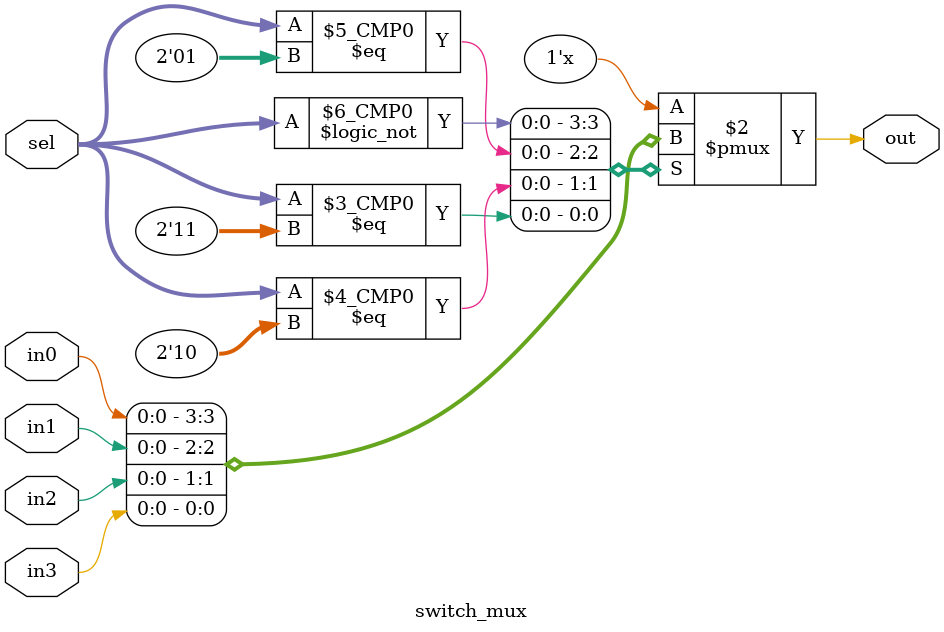
<source format=v>
`timescale 1ns / 1ps

module switch_mux(
    input in0,
    input in1,
    input in2,
    input in3,
    input [1:0] sel,
    output reg out
    );
    
    always @(in0 or in1 or in2 or in3 or sel)
        case(sel)
            2'b00: out=in0;
            2'b01: out=in1;
            2'b10: out=in2;
            2'b11: out=in3;
            default: out=2'b00;
    endcase
    
endmodule
</source>
